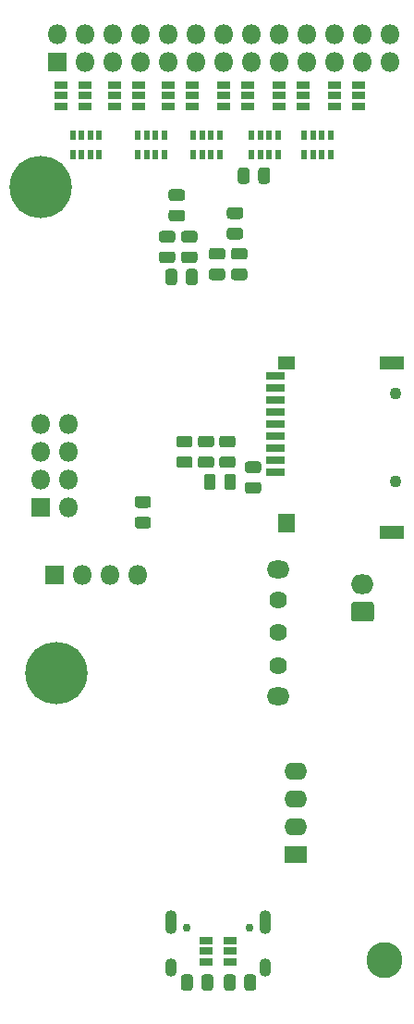
<source format=gbr>
%TF.GenerationSoftware,KiCad,Pcbnew,5.1.6-c6e7f7d~86~ubuntu19.10.1*%
%TF.CreationDate,2020-05-21T12:21:41+02:00*%
%TF.ProjectId,BioElectricalSensor,42696f45-6c65-4637-9472-6963616c5365,rev?*%
%TF.SameCoordinates,Original*%
%TF.FileFunction,Soldermask,Bot*%
%TF.FilePolarity,Negative*%
%FSLAX46Y46*%
G04 Gerber Fmt 4.6, Leading zero omitted, Abs format (unit mm)*
G04 Created by KiCad (PCBNEW 5.1.6-c6e7f7d~86~ubuntu19.10.1) date 2020-05-21 12:21:41*
%MOMM*%
%LPD*%
G01*
G04 APERTURE LIST*
%ADD10C,5.700000*%
%ADD11C,3.300000*%
%ADD12O,2.100000X1.624000*%
%ADD13C,1.624000*%
%ADD14O,1.100000X2.200000*%
%ADD15C,0.750000*%
%ADD16O,1.100000X1.700000*%
%ADD17R,0.600000X0.900000*%
%ADD18R,0.500000X0.900000*%
%ADD19R,1.160000X0.750000*%
%ADD20R,2.100000X1.600000*%
%ADD21O,2.100000X1.600000*%
%ADD22O,1.800000X1.800000*%
%ADD23R,1.800000X1.800000*%
%ADD24C,1.100000*%
%ADD25R,1.700000X0.800000*%
%ADD26R,2.300000X1.300000*%
%ADD27R,1.600000X1.300000*%
%ADD28R,1.600000X1.700000*%
%ADD29O,2.100000X1.800000*%
G04 APERTURE END LIST*
D10*
%TO.C,H3*%
X23241000Y-36195000D03*
%TD*%
%TO.C,H2*%
X24638000Y-80645000D03*
%TD*%
D11*
%TO.C,H1*%
X54737000Y-106934000D03*
%TD*%
D12*
%TO.C,SW1*%
X44958000Y-82762000D03*
X44958000Y-71162000D03*
D13*
X44958000Y-79962000D03*
X44958000Y-73962000D03*
X44958000Y-76962000D03*
%TD*%
%TO.C,C33*%
G36*
G01*
X36516500Y-44931250D02*
X36516500Y-43968750D01*
G75*
G02*
X36785250Y-43700000I268750J0D01*
G01*
X37322750Y-43700000D01*
G75*
G02*
X37591500Y-43968750I0J-268750D01*
G01*
X37591500Y-44931250D01*
G75*
G02*
X37322750Y-45200000I-268750J0D01*
G01*
X36785250Y-45200000D01*
G75*
G02*
X36516500Y-44931250I0J268750D01*
G01*
G37*
G36*
G01*
X34641500Y-44931250D02*
X34641500Y-43968750D01*
G75*
G02*
X34910250Y-43700000I268750J0D01*
G01*
X35447750Y-43700000D01*
G75*
G02*
X35716500Y-43968750I0J-268750D01*
G01*
X35716500Y-44931250D01*
G75*
G02*
X35447750Y-45200000I-268750J0D01*
G01*
X34910250Y-45200000D01*
G75*
G02*
X34641500Y-44931250I0J268750D01*
G01*
G37*
%TD*%
%TO.C,R11*%
G36*
G01*
X41080500Y-108484750D02*
X41080500Y-109447250D01*
G75*
G02*
X40811750Y-109716000I-268750J0D01*
G01*
X40274250Y-109716000D01*
G75*
G02*
X40005500Y-109447250I0J268750D01*
G01*
X40005500Y-108484750D01*
G75*
G02*
X40274250Y-108216000I268750J0D01*
G01*
X40811750Y-108216000D01*
G75*
G02*
X41080500Y-108484750I0J-268750D01*
G01*
G37*
G36*
G01*
X42955500Y-108484750D02*
X42955500Y-109447250D01*
G75*
G02*
X42686750Y-109716000I-268750J0D01*
G01*
X42149250Y-109716000D01*
G75*
G02*
X41880500Y-109447250I0J268750D01*
G01*
X41880500Y-108484750D01*
G75*
G02*
X42149250Y-108216000I268750J0D01*
G01*
X42686750Y-108216000D01*
G75*
G02*
X42955500Y-108484750I0J-268750D01*
G01*
G37*
%TD*%
%TO.C,R10*%
G36*
G01*
X37943500Y-109447250D02*
X37943500Y-108484750D01*
G75*
G02*
X38212250Y-108216000I268750J0D01*
G01*
X38749750Y-108216000D01*
G75*
G02*
X39018500Y-108484750I0J-268750D01*
G01*
X39018500Y-109447250D01*
G75*
G02*
X38749750Y-109716000I-268750J0D01*
G01*
X38212250Y-109716000D01*
G75*
G02*
X37943500Y-109447250I0J268750D01*
G01*
G37*
G36*
G01*
X36068500Y-109447250D02*
X36068500Y-108484750D01*
G75*
G02*
X36337250Y-108216000I268750J0D01*
G01*
X36874750Y-108216000D01*
G75*
G02*
X37143500Y-108484750I0J-268750D01*
G01*
X37143500Y-109447250D01*
G75*
G02*
X36874750Y-109716000I-268750J0D01*
G01*
X36337250Y-109716000D01*
G75*
G02*
X36068500Y-109447250I0J268750D01*
G01*
G37*
%TD*%
D14*
%TO.C,P1*%
X43789000Y-103404000D03*
X35149000Y-103404000D03*
D15*
X36579000Y-103934000D03*
D16*
X35149000Y-107584000D03*
D15*
X42359000Y-103934000D03*
D16*
X43789000Y-107584000D03*
%TD*%
D17*
%TO.C,CN3*%
X39611000Y-33296000D03*
D18*
X38811000Y-33296000D03*
D17*
X37211000Y-33296000D03*
D18*
X38011000Y-33296000D03*
D17*
X39611000Y-31496000D03*
D18*
X38011000Y-31496000D03*
X38811000Y-31496000D03*
D17*
X37211000Y-31496000D03*
%TD*%
%TO.C,CN2*%
X44945000Y-33296000D03*
D18*
X44145000Y-33296000D03*
D17*
X42545000Y-33296000D03*
D18*
X43345000Y-33296000D03*
D17*
X44945000Y-31496000D03*
D18*
X43345000Y-31496000D03*
X44145000Y-31496000D03*
D17*
X42545000Y-31496000D03*
%TD*%
D19*
%TO.C,U12*%
X37125000Y-27874000D03*
X37125000Y-28824000D03*
X37125000Y-26924000D03*
X34925000Y-26924000D03*
X34925000Y-27874000D03*
X34925000Y-28824000D03*
%TD*%
%TO.C,U7*%
X47285000Y-27874000D03*
X47285000Y-28824000D03*
X47285000Y-26924000D03*
X45085000Y-26924000D03*
X45085000Y-27874000D03*
X45085000Y-28824000D03*
%TD*%
%TO.C,U14*%
X52365000Y-27874000D03*
X52365000Y-28824000D03*
X52365000Y-26924000D03*
X50165000Y-26924000D03*
X50165000Y-27874000D03*
X50165000Y-28824000D03*
%TD*%
%TO.C,U16*%
X27305000Y-27874000D03*
X27305000Y-28824000D03*
X27305000Y-26924000D03*
X25105000Y-26924000D03*
X25105000Y-27874000D03*
X25105000Y-28824000D03*
%TD*%
%TO.C,U13*%
X32172000Y-27874000D03*
X32172000Y-28824000D03*
X32172000Y-26924000D03*
X29972000Y-26924000D03*
X29972000Y-27874000D03*
X29972000Y-28824000D03*
%TD*%
%TO.C,U9*%
X42205000Y-27874000D03*
X42205000Y-28824000D03*
X42205000Y-26924000D03*
X40005000Y-26924000D03*
X40005000Y-27874000D03*
X40005000Y-28824000D03*
%TD*%
%TO.C,C47*%
G36*
G01*
X43150500Y-35660250D02*
X43150500Y-34697750D01*
G75*
G02*
X43419250Y-34429000I268750J0D01*
G01*
X43956750Y-34429000D01*
G75*
G02*
X44225500Y-34697750I0J-268750D01*
G01*
X44225500Y-35660250D01*
G75*
G02*
X43956750Y-35929000I-268750J0D01*
G01*
X43419250Y-35929000D01*
G75*
G02*
X43150500Y-35660250I0J268750D01*
G01*
G37*
G36*
G01*
X41275500Y-35660250D02*
X41275500Y-34697750D01*
G75*
G02*
X41544250Y-34429000I268750J0D01*
G01*
X42081750Y-34429000D01*
G75*
G02*
X42350500Y-34697750I0J-268750D01*
G01*
X42350500Y-35660250D01*
G75*
G02*
X42081750Y-35929000I-268750J0D01*
G01*
X41544250Y-35929000D01*
G75*
G02*
X41275500Y-35660250I0J268750D01*
G01*
G37*
%TD*%
D20*
%TO.C,U4*%
X46609000Y-97282000D03*
D21*
X46609000Y-94742000D03*
X46609000Y-92202000D03*
X46609000Y-89662000D03*
%TD*%
D19*
%TO.C,U3*%
X38397000Y-106106000D03*
X38397000Y-105156000D03*
X38397000Y-107056000D03*
X40597000Y-107056000D03*
X40597000Y-106106000D03*
X40597000Y-105156000D03*
%TD*%
%TO.C,R6*%
G36*
G01*
X42190750Y-63186500D02*
X43153250Y-63186500D01*
G75*
G02*
X43422000Y-63455250I0J-268750D01*
G01*
X43422000Y-63992750D01*
G75*
G02*
X43153250Y-64261500I-268750J0D01*
G01*
X42190750Y-64261500D01*
G75*
G02*
X41922000Y-63992750I0J268750D01*
G01*
X41922000Y-63455250D01*
G75*
G02*
X42190750Y-63186500I268750J0D01*
G01*
G37*
G36*
G01*
X42190750Y-61311500D02*
X43153250Y-61311500D01*
G75*
G02*
X43422000Y-61580250I0J-268750D01*
G01*
X43422000Y-62117750D01*
G75*
G02*
X43153250Y-62386500I-268750J0D01*
G01*
X42190750Y-62386500D01*
G75*
G02*
X41922000Y-62117750I0J268750D01*
G01*
X41922000Y-61580250D01*
G75*
G02*
X42190750Y-61311500I268750J0D01*
G01*
G37*
%TD*%
D22*
%TO.C,J6*%
X55245000Y-22225000D03*
X55245000Y-24765000D03*
X52705000Y-22225000D03*
X52705000Y-24765000D03*
X50165000Y-22225000D03*
X50165000Y-24765000D03*
X47625000Y-22225000D03*
X47625000Y-24765000D03*
X45085000Y-22225000D03*
X45085000Y-24765000D03*
X42545000Y-22225000D03*
X42545000Y-24765000D03*
X40005000Y-22225000D03*
X40005000Y-24765000D03*
X37465000Y-22225000D03*
X37465000Y-24765000D03*
X34925000Y-22225000D03*
X34925000Y-24765000D03*
X32385000Y-22225000D03*
X32385000Y-24765000D03*
X29845000Y-22225000D03*
X29845000Y-24765000D03*
X27305000Y-22225000D03*
X27305000Y-24765000D03*
X24765000Y-22225000D03*
D23*
X24765000Y-24765000D03*
%TD*%
D24*
%TO.C,J5*%
X55753000Y-55118000D03*
X55753000Y-63118000D03*
D25*
X44753000Y-53518000D03*
D26*
X55353000Y-67818000D03*
X55353000Y-52318000D03*
D27*
X45753000Y-52318000D03*
D28*
X45753000Y-66918000D03*
D25*
X44753000Y-54618000D03*
X44753000Y-55718000D03*
X44753000Y-56818000D03*
X44753000Y-57918000D03*
X44753000Y-59018000D03*
X44753000Y-60118000D03*
X44753000Y-61218000D03*
X44753000Y-62318000D03*
%TD*%
D22*
%TO.C,J4*%
X25781000Y-57912000D03*
X23241000Y-57912000D03*
X25781000Y-60452000D03*
X23241000Y-60452000D03*
X25781000Y-62992000D03*
X23241000Y-62992000D03*
X25781000Y-65532000D03*
D23*
X23241000Y-65532000D03*
%TD*%
D22*
%TO.C,J3*%
X32131000Y-71716000D03*
X29591000Y-71716000D03*
X27051000Y-71716000D03*
D23*
X24511000Y-71716000D03*
%TD*%
D17*
%TO.C,CN5*%
X28562000Y-33296000D03*
D18*
X27762000Y-33296000D03*
D17*
X26162000Y-33296000D03*
D18*
X26962000Y-33296000D03*
D17*
X28562000Y-31496000D03*
D18*
X26962000Y-31496000D03*
X27762000Y-31496000D03*
D17*
X26162000Y-31496000D03*
%TD*%
%TO.C,CN4*%
X34531000Y-33296000D03*
D18*
X33731000Y-33296000D03*
D17*
X32131000Y-33296000D03*
D18*
X32931000Y-33296000D03*
D17*
X34531000Y-31496000D03*
D18*
X32931000Y-31496000D03*
X33731000Y-31496000D03*
D17*
X32131000Y-31496000D03*
%TD*%
%TO.C,CN1*%
X49771000Y-33296000D03*
D18*
X48971000Y-33296000D03*
D17*
X47371000Y-33296000D03*
D18*
X48171000Y-33296000D03*
D17*
X49771000Y-31496000D03*
D18*
X48171000Y-31496000D03*
X48971000Y-31496000D03*
D17*
X47371000Y-31496000D03*
%TD*%
%TO.C,C36*%
G36*
G01*
X36348750Y-42104500D02*
X37311250Y-42104500D01*
G75*
G02*
X37580000Y-42373250I0J-268750D01*
G01*
X37580000Y-42910750D01*
G75*
G02*
X37311250Y-43179500I-268750J0D01*
G01*
X36348750Y-43179500D01*
G75*
G02*
X36080000Y-42910750I0J268750D01*
G01*
X36080000Y-42373250D01*
G75*
G02*
X36348750Y-42104500I268750J0D01*
G01*
G37*
G36*
G01*
X36348750Y-40229500D02*
X37311250Y-40229500D01*
G75*
G02*
X37580000Y-40498250I0J-268750D01*
G01*
X37580000Y-41035750D01*
G75*
G02*
X37311250Y-41304500I-268750J0D01*
G01*
X36348750Y-41304500D01*
G75*
G02*
X36080000Y-41035750I0J268750D01*
G01*
X36080000Y-40498250D01*
G75*
G02*
X36348750Y-40229500I268750J0D01*
G01*
G37*
%TD*%
%TO.C,C35*%
G36*
G01*
X40539750Y-39945500D02*
X41502250Y-39945500D01*
G75*
G02*
X41771000Y-40214250I0J-268750D01*
G01*
X41771000Y-40751750D01*
G75*
G02*
X41502250Y-41020500I-268750J0D01*
G01*
X40539750Y-41020500D01*
G75*
G02*
X40271000Y-40751750I0J268750D01*
G01*
X40271000Y-40214250D01*
G75*
G02*
X40539750Y-39945500I268750J0D01*
G01*
G37*
G36*
G01*
X40539750Y-38070500D02*
X41502250Y-38070500D01*
G75*
G02*
X41771000Y-38339250I0J-268750D01*
G01*
X41771000Y-38876750D01*
G75*
G02*
X41502250Y-39145500I-268750J0D01*
G01*
X40539750Y-39145500D01*
G75*
G02*
X40271000Y-38876750I0J268750D01*
G01*
X40271000Y-38339250D01*
G75*
G02*
X40539750Y-38070500I268750J0D01*
G01*
G37*
%TD*%
%TO.C,C34*%
G36*
G01*
X34316750Y-42104500D02*
X35279250Y-42104500D01*
G75*
G02*
X35548000Y-42373250I0J-268750D01*
G01*
X35548000Y-42910750D01*
G75*
G02*
X35279250Y-43179500I-268750J0D01*
G01*
X34316750Y-43179500D01*
G75*
G02*
X34048000Y-42910750I0J268750D01*
G01*
X34048000Y-42373250D01*
G75*
G02*
X34316750Y-42104500I268750J0D01*
G01*
G37*
G36*
G01*
X34316750Y-40229500D02*
X35279250Y-40229500D01*
G75*
G02*
X35548000Y-40498250I0J-268750D01*
G01*
X35548000Y-41035750D01*
G75*
G02*
X35279250Y-41304500I-268750J0D01*
G01*
X34316750Y-41304500D01*
G75*
G02*
X34048000Y-41035750I0J268750D01*
G01*
X34048000Y-40498250D01*
G75*
G02*
X34316750Y-40229500I268750J0D01*
G01*
G37*
%TD*%
%TO.C,C31*%
G36*
G01*
X35205750Y-38294500D02*
X36168250Y-38294500D01*
G75*
G02*
X36437000Y-38563250I0J-268750D01*
G01*
X36437000Y-39100750D01*
G75*
G02*
X36168250Y-39369500I-268750J0D01*
G01*
X35205750Y-39369500D01*
G75*
G02*
X34937000Y-39100750I0J268750D01*
G01*
X34937000Y-38563250D01*
G75*
G02*
X35205750Y-38294500I268750J0D01*
G01*
G37*
G36*
G01*
X35205750Y-36419500D02*
X36168250Y-36419500D01*
G75*
G02*
X36437000Y-36688250I0J-268750D01*
G01*
X36437000Y-37225750D01*
G75*
G02*
X36168250Y-37494500I-268750J0D01*
G01*
X35205750Y-37494500D01*
G75*
G02*
X34937000Y-37225750I0J268750D01*
G01*
X34937000Y-36688250D01*
G75*
G02*
X35205750Y-36419500I268750J0D01*
G01*
G37*
%TD*%
%TO.C,C30*%
G36*
G01*
X40920750Y-43658500D02*
X41883250Y-43658500D01*
G75*
G02*
X42152000Y-43927250I0J-268750D01*
G01*
X42152000Y-44464750D01*
G75*
G02*
X41883250Y-44733500I-268750J0D01*
G01*
X40920750Y-44733500D01*
G75*
G02*
X40652000Y-44464750I0J268750D01*
G01*
X40652000Y-43927250D01*
G75*
G02*
X40920750Y-43658500I268750J0D01*
G01*
G37*
G36*
G01*
X40920750Y-41783500D02*
X41883250Y-41783500D01*
G75*
G02*
X42152000Y-42052250I0J-268750D01*
G01*
X42152000Y-42589750D01*
G75*
G02*
X41883250Y-42858500I-268750J0D01*
G01*
X40920750Y-42858500D01*
G75*
G02*
X40652000Y-42589750I0J268750D01*
G01*
X40652000Y-42052250D01*
G75*
G02*
X40920750Y-41783500I268750J0D01*
G01*
G37*
%TD*%
%TO.C,C28*%
G36*
G01*
X38888750Y-43658500D02*
X39851250Y-43658500D01*
G75*
G02*
X40120000Y-43927250I0J-268750D01*
G01*
X40120000Y-44464750D01*
G75*
G02*
X39851250Y-44733500I-268750J0D01*
G01*
X38888750Y-44733500D01*
G75*
G02*
X38620000Y-44464750I0J268750D01*
G01*
X38620000Y-43927250D01*
G75*
G02*
X38888750Y-43658500I268750J0D01*
G01*
G37*
G36*
G01*
X38888750Y-41783500D02*
X39851250Y-41783500D01*
G75*
G02*
X40120000Y-42052250I0J-268750D01*
G01*
X40120000Y-42589750D01*
G75*
G02*
X39851250Y-42858500I-268750J0D01*
G01*
X38888750Y-42858500D01*
G75*
G02*
X38620000Y-42589750I0J268750D01*
G01*
X38620000Y-42052250D01*
G75*
G02*
X38888750Y-41783500I268750J0D01*
G01*
G37*
%TD*%
%TO.C,C14*%
G36*
G01*
X32094250Y-66361500D02*
X33056750Y-66361500D01*
G75*
G02*
X33325500Y-66630250I0J-268750D01*
G01*
X33325500Y-67167750D01*
G75*
G02*
X33056750Y-67436500I-268750J0D01*
G01*
X32094250Y-67436500D01*
G75*
G02*
X31825500Y-67167750I0J268750D01*
G01*
X31825500Y-66630250D01*
G75*
G02*
X32094250Y-66361500I268750J0D01*
G01*
G37*
G36*
G01*
X32094250Y-64486500D02*
X33056750Y-64486500D01*
G75*
G02*
X33325500Y-64755250I0J-268750D01*
G01*
X33325500Y-65292750D01*
G75*
G02*
X33056750Y-65561500I-268750J0D01*
G01*
X32094250Y-65561500D01*
G75*
G02*
X31825500Y-65292750I0J268750D01*
G01*
X31825500Y-64755250D01*
G75*
G02*
X32094250Y-64486500I268750J0D01*
G01*
G37*
%TD*%
%TO.C,C13*%
G36*
G01*
X35904250Y-60837000D02*
X36866750Y-60837000D01*
G75*
G02*
X37135500Y-61105750I0J-268750D01*
G01*
X37135500Y-61643250D01*
G75*
G02*
X36866750Y-61912000I-268750J0D01*
G01*
X35904250Y-61912000D01*
G75*
G02*
X35635500Y-61643250I0J268750D01*
G01*
X35635500Y-61105750D01*
G75*
G02*
X35904250Y-60837000I268750J0D01*
G01*
G37*
G36*
G01*
X35904250Y-58962000D02*
X36866750Y-58962000D01*
G75*
G02*
X37135500Y-59230750I0J-268750D01*
G01*
X37135500Y-59768250D01*
G75*
G02*
X36866750Y-60037000I-268750J0D01*
G01*
X35904250Y-60037000D01*
G75*
G02*
X35635500Y-59768250I0J268750D01*
G01*
X35635500Y-59230750D01*
G75*
G02*
X35904250Y-58962000I268750J0D01*
G01*
G37*
%TD*%
%TO.C,C12*%
G36*
G01*
X39841250Y-60837000D02*
X40803750Y-60837000D01*
G75*
G02*
X41072500Y-61105750I0J-268750D01*
G01*
X41072500Y-61643250D01*
G75*
G02*
X40803750Y-61912000I-268750J0D01*
G01*
X39841250Y-61912000D01*
G75*
G02*
X39572500Y-61643250I0J268750D01*
G01*
X39572500Y-61105750D01*
G75*
G02*
X39841250Y-60837000I268750J0D01*
G01*
G37*
G36*
G01*
X39841250Y-58962000D02*
X40803750Y-58962000D01*
G75*
G02*
X41072500Y-59230750I0J-268750D01*
G01*
X41072500Y-59768250D01*
G75*
G02*
X40803750Y-60037000I-268750J0D01*
G01*
X39841250Y-60037000D01*
G75*
G02*
X39572500Y-59768250I0J268750D01*
G01*
X39572500Y-59230750D01*
G75*
G02*
X39841250Y-58962000I268750J0D01*
G01*
G37*
%TD*%
%TO.C,C11*%
G36*
G01*
X39239000Y-62701250D02*
X39239000Y-63663750D01*
G75*
G02*
X38970250Y-63932500I-268750J0D01*
G01*
X38432750Y-63932500D01*
G75*
G02*
X38164000Y-63663750I0J268750D01*
G01*
X38164000Y-62701250D01*
G75*
G02*
X38432750Y-62432500I268750J0D01*
G01*
X38970250Y-62432500D01*
G75*
G02*
X39239000Y-62701250I0J-268750D01*
G01*
G37*
G36*
G01*
X41114000Y-62701250D02*
X41114000Y-63663750D01*
G75*
G02*
X40845250Y-63932500I-268750J0D01*
G01*
X40307750Y-63932500D01*
G75*
G02*
X40039000Y-63663750I0J268750D01*
G01*
X40039000Y-62701250D01*
G75*
G02*
X40307750Y-62432500I268750J0D01*
G01*
X40845250Y-62432500D01*
G75*
G02*
X41114000Y-62701250I0J-268750D01*
G01*
G37*
%TD*%
%TO.C,C3*%
G36*
G01*
X38835250Y-60037000D02*
X37872750Y-60037000D01*
G75*
G02*
X37604000Y-59768250I0J268750D01*
G01*
X37604000Y-59230750D01*
G75*
G02*
X37872750Y-58962000I268750J0D01*
G01*
X38835250Y-58962000D01*
G75*
G02*
X39104000Y-59230750I0J-268750D01*
G01*
X39104000Y-59768250D01*
G75*
G02*
X38835250Y-60037000I-268750J0D01*
G01*
G37*
G36*
G01*
X38835250Y-61912000D02*
X37872750Y-61912000D01*
G75*
G02*
X37604000Y-61643250I0J268750D01*
G01*
X37604000Y-61105750D01*
G75*
G02*
X37872750Y-60837000I268750J0D01*
G01*
X38835250Y-60837000D01*
G75*
G02*
X39104000Y-61105750I0J-268750D01*
G01*
X39104000Y-61643250D01*
G75*
G02*
X38835250Y-61912000I-268750J0D01*
G01*
G37*
%TD*%
D29*
%TO.C,BT1*%
X52705000Y-72557000D03*
G36*
G01*
X53490294Y-75957000D02*
X51919706Y-75957000D01*
G75*
G02*
X51655000Y-75692294I0J264706D01*
G01*
X51655000Y-74421706D01*
G75*
G02*
X51919706Y-74157000I264706J0D01*
G01*
X53490294Y-74157000D01*
G75*
G02*
X53755000Y-74421706I0J-264706D01*
G01*
X53755000Y-75692294D01*
G75*
G02*
X53490294Y-75957000I-264706J0D01*
G01*
G37*
%TD*%
M02*

</source>
